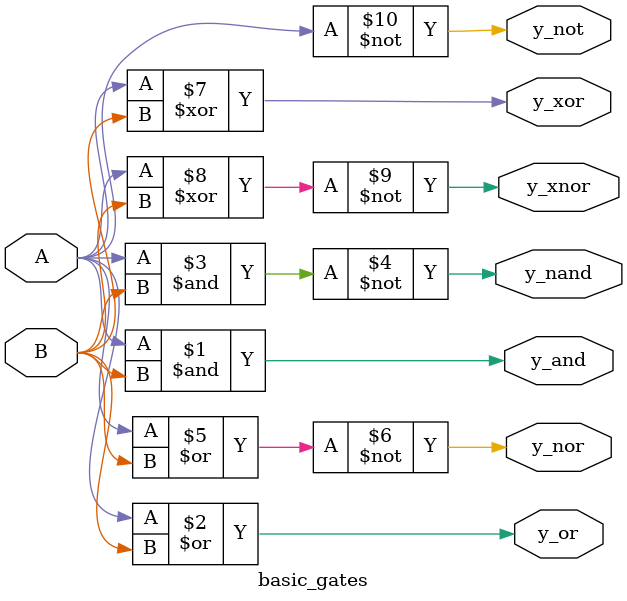
<source format=sv>

module basic_gates(A, B, y_not, y_and, y_or, y_nand, y_nor, y_xor, y_xnor);
    input A, B;
    output y_not, y_and, y_or, y_nand, y_nor, y_xor, y_xnor;

    not(y_not, A);
    and(y_and, A, B);
    or(y_or, A, B);
    nand(y_nand, A, B);
    nor(y_nor, A, B);
    xor(y_xor, A, B);
    xnor(y_xnor, A, B);
endmodule
</source>
